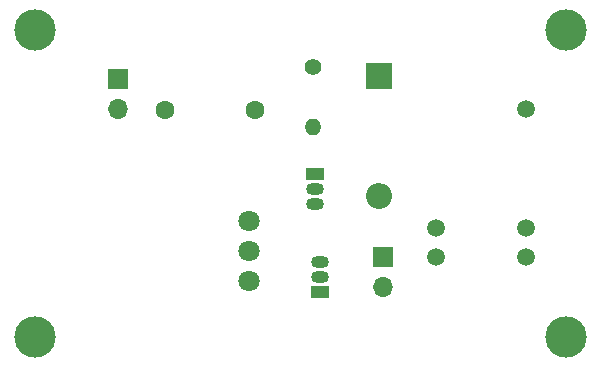
<source format=gbr>
%TF.GenerationSoftware,KiCad,Pcbnew,(5.1.12)-1*%
%TF.CreationDate,2023-08-22T11:28:01+05:30*%
%TF.ProjectId,auto street,6175746f-2073-4747-9265-65742e6b6963,rev?*%
%TF.SameCoordinates,Original*%
%TF.FileFunction,Copper,L1,Top*%
%TF.FilePolarity,Positive*%
%FSLAX46Y46*%
G04 Gerber Fmt 4.6, Leading zero omitted, Abs format (unit mm)*
G04 Created by KiCad (PCBNEW (5.1.12)-1) date 2023-08-22 11:28:01*
%MOMM*%
%LPD*%
G01*
G04 APERTURE LIST*
%TA.AperFunction,ComponentPad*%
%ADD10C,1.800000*%
%TD*%
%TA.AperFunction,ComponentPad*%
%ADD11O,1.400000X1.400000*%
%TD*%
%TA.AperFunction,ComponentPad*%
%ADD12C,1.400000*%
%TD*%
%TA.AperFunction,ComponentPad*%
%ADD13C,1.600000*%
%TD*%
%TA.AperFunction,ComponentPad*%
%ADD14R,1.500000X1.050000*%
%TD*%
%TA.AperFunction,ComponentPad*%
%ADD15O,1.500000X1.050000*%
%TD*%
%TA.AperFunction,ComponentPad*%
%ADD16C,1.508000*%
%TD*%
%TA.AperFunction,ComponentPad*%
%ADD17O,1.700000X1.700000*%
%TD*%
%TA.AperFunction,ComponentPad*%
%ADD18R,1.700000X1.700000*%
%TD*%
%TA.AperFunction,ComponentPad*%
%ADD19O,2.200000X2.200000*%
%TD*%
%TA.AperFunction,ComponentPad*%
%ADD20R,2.200000X2.200000*%
%TD*%
%TA.AperFunction,ViaPad*%
%ADD21C,3.500000*%
%TD*%
G04 APERTURE END LIST*
D10*
%TO.P,RV1,1*%
%TO.N,Net-(Q1-Pad2)*%
X213150000Y-124250000D03*
%TO.P,RV1,2*%
%TO.N,GND*%
X213150000Y-126750000D03*
%TO.P,RV1,3*%
X213150000Y-129250000D03*
%TD*%
D11*
%TO.P,R2,2*%
%TO.N,Net-(Q1-Pad1)*%
X218500000Y-116280000D03*
D12*
%TO.P,R2,1*%
%TO.N,VCC*%
X218500000Y-111200000D03*
%TD*%
D13*
%TO.P,R1,2*%
%TO.N,Net-(Q1-Pad2)*%
X213600000Y-114850000D03*
%TO.P,R1,1*%
%TO.N,VCC*%
X206000000Y-114850000D03*
%TD*%
D14*
%TO.P,Q2,1*%
%TO.N,Net-(D1-Pad2)*%
X219150000Y-130250000D03*
D15*
%TO.P,Q2,3*%
%TO.N,GND*%
X219150000Y-127710000D03*
%TO.P,Q2,2*%
%TO.N,Net-(Q1-Pad1)*%
X219150000Y-128980000D03*
%TD*%
D14*
%TO.P,Q1,1*%
%TO.N,Net-(Q1-Pad1)*%
X218700000Y-120200000D03*
D15*
%TO.P,Q1,3*%
%TO.N,GND*%
X218700000Y-122740000D03*
%TO.P,Q1,2*%
%TO.N,Net-(Q1-Pad2)*%
X218700000Y-121470000D03*
%TD*%
D16*
%TO.P,K1,12*%
%TO.N,Net-(K1-Pad12)*%
X228950000Y-127300000D03*
%TO.P,K1,14*%
%TO.N,Net-(J1-Pad2)*%
X228950000Y-124800000D03*
%TO.P,K1,A1*%
%TO.N,Net-(D1-Pad2)*%
X236550000Y-127300000D03*
%TO.P,K1,A2*%
%TO.N,VCC*%
X236550000Y-124800000D03*
%TO.P,K1,11*%
%TO.N,Net-(J1-Pad1)*%
X236550000Y-114700000D03*
%TD*%
D17*
%TO.P,J1,2*%
%TO.N,Net-(J1-Pad2)*%
X224500000Y-129840000D03*
D18*
%TO.P,J1,1*%
%TO.N,Net-(J1-Pad1)*%
X224500000Y-127300000D03*
%TD*%
D19*
%TO.P,D1,2*%
%TO.N,Net-(D1-Pad2)*%
X224100000Y-122060000D03*
D20*
%TO.P,D1,1*%
%TO.N,VCC*%
X224100000Y-111900000D03*
%TD*%
D17*
%TO.P,BT1,2*%
%TO.N,GND*%
X202000000Y-114690000D03*
D18*
%TO.P,BT1,1*%
%TO.N,VCC*%
X202000000Y-112150000D03*
%TD*%
D21*
%TO.N,*%
X240000000Y-108000000D03*
X240000000Y-134000000D03*
X195000000Y-134000000D03*
X195000000Y-108000000D03*
%TD*%
M02*

</source>
